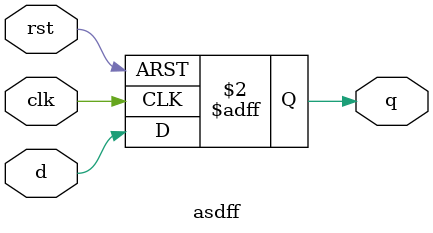
<source format=v>
module asdff(input clk,d,rst,output reg q);
  always@(posedge clk or posedge rst)begin
    if(rst)
      q<=1'b0;
      else
        q<=d;
  end
endmodule
      

</source>
